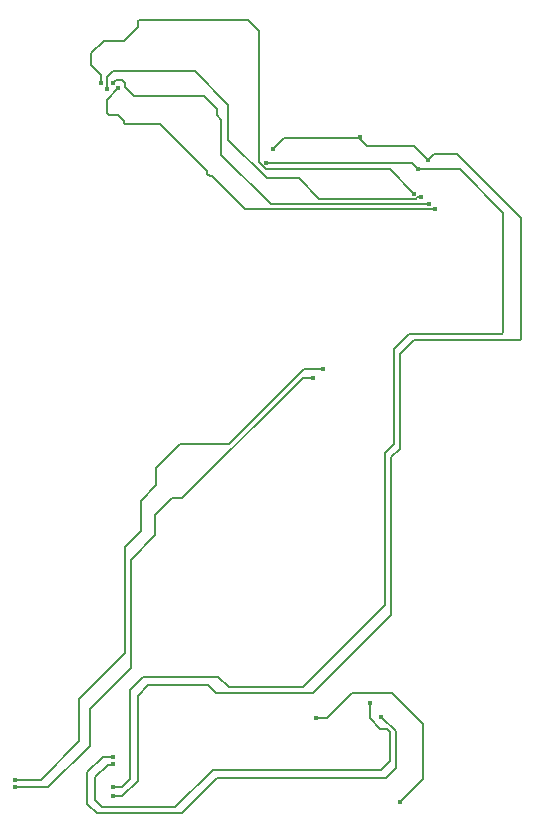
<source format=gbr>
G04*
G04 #@! TF.GenerationSoftware,Altium Limited,Altium Designer,24.9.1 (31)*
G04*
G04 Layer_Physical_Order=8*
G04 Layer_Color=32896*
%FSLAX25Y25*%
%MOIN*%
G70*
G04*
G04 #@! TF.SameCoordinates,8C3FED30-37FA-4A54-8C90-A1F039295453*
G04*
G04*
G04 #@! TF.FilePolarity,Positive*
G04*
G01*
G75*
%ADD10C,0.00600*%
%ADD165C,0.01600*%
D10*
X362247Y-176137D02*
X362598Y-175786D01*
Y-135798D01*
X348099Y-121299D02*
X362598Y-135798D01*
X331161Y-176137D02*
X362247D01*
X326108Y-181191D02*
X331161Y-176137D01*
X347250Y-116304D02*
X368504Y-137558D01*
X332973Y-178205D02*
X368152D01*
X368504Y-177854D01*
Y-137558D01*
X267135Y-103394D02*
Y-101133D01*
X268687Y-116558D02*
Y-104946D01*
X267135Y-103394D02*
X268687Y-104946D01*
X262837Y-96836D02*
X267135Y-101133D01*
X267044Y-295971D02*
X299383D01*
X232496Y-330350D02*
X235588D01*
X244416Y-293192D02*
X264266D01*
X267044Y-295971D01*
X240760Y-296849D02*
X244416Y-293192D01*
X240760Y-325177D02*
Y-296849D01*
X235588Y-330350D02*
X240760Y-325177D01*
X271144Y-294094D02*
X295810D01*
X267627Y-290577D02*
X271144Y-294094D01*
X242729Y-290577D02*
X267627D01*
X238195Y-295111D02*
X242729Y-290577D01*
X238195Y-324779D02*
Y-295111D01*
X235588Y-327386D02*
X238195Y-324779D01*
X232485Y-327386D02*
X235588D01*
X303772Y-304345D02*
X312147Y-295971D01*
X300332Y-304345D02*
X303772D01*
X312147Y-295971D02*
X325500D01*
X335906Y-306377D01*
Y-324779D02*
Y-306377D01*
X328230Y-332455D02*
X335906Y-324779D01*
X271144Y-213071D02*
X296359Y-187856D01*
X302469D01*
X254784Y-213071D02*
X271144D01*
X246987Y-220868D02*
X254784Y-213071D01*
X246987Y-226694D02*
Y-220868D01*
X241837Y-242035D02*
Y-231844D01*
X236537Y-247334D02*
X241837Y-242035D01*
Y-231844D02*
X246987Y-226694D01*
X236537Y-282675D02*
Y-247334D01*
X221226Y-297986D02*
X236537Y-282675D01*
X221226Y-312043D02*
Y-297986D01*
X208431Y-324838D02*
X221226Y-312043D01*
X199962Y-324838D02*
X208431D01*
X255737Y-231094D02*
X295904Y-190927D01*
X299219D01*
X246717Y-236775D02*
X252397Y-231094D01*
X246717Y-243378D02*
Y-236775D01*
X252397Y-231094D02*
X255737D01*
X238583Y-251512D02*
X246717Y-243378D01*
X238583Y-287626D02*
Y-251512D01*
X224796Y-301413D02*
X238583Y-287626D01*
X224796Y-313677D02*
Y-301413D01*
X211076Y-327397D02*
X224796Y-313677D01*
X199962Y-327397D02*
X211076D01*
X339455Y-116304D02*
X347250D01*
X337532Y-118227D02*
X339455Y-116304D01*
X328144Y-183034D02*
X332973Y-178205D01*
X328144Y-214578D02*
Y-183034D01*
X325265Y-217456D02*
X328144Y-214578D01*
X325265Y-270088D02*
Y-217456D01*
X299383Y-295971D02*
X325265Y-270088D01*
X334282Y-121299D02*
X348099D01*
X326108Y-213071D02*
Y-181191D01*
X323228Y-215950D02*
X326108Y-213071D01*
X323228Y-266677D02*
Y-215950D01*
X295810Y-294094D02*
X323228Y-266677D01*
X326772Y-320866D02*
Y-308766D01*
X321876Y-303869D02*
X326772Y-308766D01*
X267409Y-324200D02*
X323438D01*
X326772Y-320866D01*
X255578Y-336031D02*
X267409Y-324200D01*
X227128Y-336031D02*
X255578D01*
X224071Y-332974D02*
X227128Y-336031D01*
X224071Y-332974D02*
Y-322268D01*
X229189Y-317150D01*
X232485D01*
X321927Y-321496D02*
X324901Y-318522D01*
Y-308960D01*
X321624Y-307875D02*
X323815D01*
X324901Y-308960D01*
X318176Y-304427D02*
X321624Y-307875D01*
X318176Y-304427D02*
Y-299312D01*
X265913Y-321496D02*
X321927D01*
X253328Y-334080D02*
X265913Y-321496D01*
X228936Y-334080D02*
X253328D01*
X226586Y-331731D02*
X228936Y-334080D01*
X226586Y-331731D02*
Y-324050D01*
X230796Y-319840D01*
X232354D01*
X232496Y-319698D01*
X248153Y-106233D02*
X263987Y-122067D01*
Y-122838D02*
Y-122067D01*
X276628Y-134708D02*
X339773D01*
X236499Y-106233D02*
X248153D01*
X265695Y-123775D02*
X276628Y-134708D01*
X263987Y-122838D02*
X264924Y-123775D01*
X265695D01*
X236147Y-105881D02*
X236499Y-106233D01*
X236147Y-105881D02*
Y-105404D01*
X234137Y-103394D02*
X236147Y-105404D01*
X231158Y-103394D02*
X234137D01*
X230476Y-102713D02*
X231158Y-103394D01*
X230476Y-102713D02*
Y-98293D01*
X234363Y-94406D01*
X236671Y-94088D02*
Y-92474D01*
Y-94088D02*
X239419Y-96836D01*
X262837D01*
X235670Y-91473D02*
X236671Y-92474D01*
X233693Y-91473D02*
X235670D01*
X232445Y-92721D02*
X233693Y-91473D01*
X285238Y-133108D02*
X338076D01*
X268687Y-116558D02*
X285238Y-133108D01*
X232507Y-88646D02*
X259833D01*
X283837Y-124385D02*
X294487D01*
X259833Y-88646D02*
X271010Y-99823D01*
Y-111558D02*
Y-99823D01*
Y-111558D02*
X283837Y-124385D01*
X283611Y-121445D02*
X324816D01*
X281108Y-118942D02*
X283611Y-121445D01*
X281108Y-118942D02*
Y-75203D01*
X277559Y-71653D02*
X281108Y-75203D01*
X240890Y-72047D02*
X241284Y-71653D01*
X277559D01*
X240890Y-73968D02*
Y-72047D01*
X236388Y-78470D02*
X240890Y-73968D01*
X229425Y-78470D02*
X236388D01*
X225219Y-82676D02*
X229425Y-78470D01*
X332216Y-119233D02*
X334282Y-121299D01*
X283661Y-119233D02*
X332216D01*
X317323Y-113779D02*
X333085D01*
X337532Y-118227D01*
X314581Y-111038D02*
X317323Y-113779D01*
X289633Y-111038D02*
X314581D01*
X285956Y-114714D02*
X289633Y-111038D01*
X324816Y-121445D02*
X332973Y-129603D01*
X225219Y-86607D02*
Y-82676D01*
Y-86607D02*
X228451Y-89839D01*
Y-92721D02*
Y-89839D01*
X230476Y-94644D02*
Y-90677D01*
X232507Y-88646D01*
X294487Y-124385D02*
X301305Y-131203D01*
X333635D02*
X334053Y-130786D01*
X301305Y-131203D02*
X333635D01*
X334053Y-130786D02*
X335068D01*
X335259Y-130594D01*
X339773Y-134708D02*
X339847Y-134634D01*
D165*
X315008Y-110630D02*
D03*
X300332Y-304345D02*
D03*
X232496Y-330350D02*
D03*
X232485Y-327386D02*
D03*
X232496Y-319698D02*
D03*
X232485Y-317150D02*
D03*
X199962Y-324838D02*
D03*
Y-327397D02*
D03*
X321876Y-303869D02*
D03*
X318176Y-299312D02*
D03*
X302469Y-187856D02*
D03*
X299219Y-190927D02*
D03*
X334282Y-121299D02*
D03*
X337532Y-118227D02*
D03*
X332973Y-129603D02*
D03*
X335259Y-130594D02*
D03*
X338076Y-133108D02*
D03*
X339847Y-134634D02*
D03*
X285956Y-114714D02*
D03*
X283661Y-119233D02*
D03*
X228451Y-92721D02*
D03*
X230476Y-94644D02*
D03*
X232445Y-92721D02*
D03*
X234363Y-94406D02*
D03*
X328230Y-332455D02*
D03*
M02*

</source>
